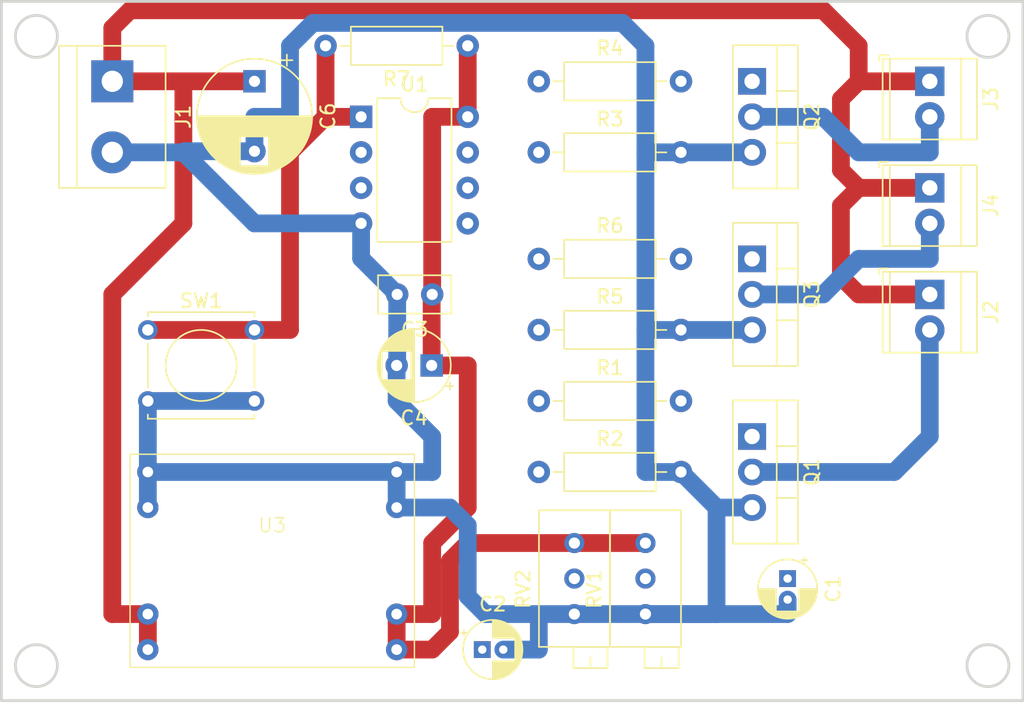
<source format=kicad_pcb>
(kicad_pcb (version 20240108) (generator "pcbnew") (generator_version "8.0")
  (layers (0 "F.Cu" signal) (1 "In1.Cu" signal) (2 "In2.Cu" signal) (3 "In3.Cu" signal) (4 "In4.Cu" signal) (31 "B.Cu" signal) (34 "B.Paste" user) (35 "F.Paste" user) (36 "B.SilkS" user "B.Silkscreen") (37 "F.SilkS" user "F.Silkscreen") (38 "B.Mask" user) (39 "F.Mask" user) (44 "Edge.Cuts" user))
  (net 0 "")
  (net 1 "Net-(U1-PB3)")
  (net 2 "GND")
  (net 3 "Net-(U1-PB2)")
  (net 4 "+5V")
  (net 5 "+12V")
  (net 6 "Net-(U1-PB4)")
  (net 7 "Net-(U1-PB1)")
  (net 8 "Net-(U1-PB0)")
  (net 9 "Net-(Q1-D)")
  (net 10 "Net-(Q2-D)")
  (net 11 "Net-(Q3-D)")
  (net 12 "Net-(Q1-G)")
  (net 13 "Net-(Q2-G)")
  (net 14 "Net-(Q3-G)")
  (net 15 "Net-(U1-~{RESET}{slash}PB5)")
  (footprint "Capacitor_THT:CP_Radial_D5.0mm_P2.50mm" (layer "F.Cu") (at 99.02 99.06 180)
    (property "Reference" "C4" (at 1.25 -3.75 180) (layer "F.SilkS"))
    (property "Value" "47u")
    (pad "1" thru_hole rect (at 0 0 180) (size 1.6 1.6) (drill 0.8) (layers "*.Cu" "*.Mask") (net 4 "+5V"))
    (pad "2" thru_hole circle (at 2.5 0 180) (size 1.6 1.6) (drill 0.8) (layers "*.Cu" "*.Mask") (net 2 "GND"))
  )
  (footprint "Resistor_THT:R_Axial_DIN0207_L6.3mm_D2.5mm_P10.16mm_Horizontal" (layer "F.Cu") (at 106.68 96.52)
    (property "Reference" "R5" (at 5.08 -2.37 0) (layer "F.SilkS"))
    (property "Value" "10k")
    (pad "1" thru_hole circle (at 0 0) (size 1.6 1.6) (drill 0.8) (layers "*.Cu" "*.Mask") (net 8 "Net-(U1-PB0)"))
    (pad "2" thru_hole oval (at 10.16 0) (size 1.6 1.6) (drill 0.8) (layers "*.Cu" "*.Mask") (net 2 "GND"))
  )
  (footprint "Package_TO_SOT_THT:TO-220-3_Vertical" (layer "F.Cu") (at 121.92 91.44 -90)
    (property "Reference" "Q3" (at 2.54 -4.27 90) (layer "F.SilkS"))
    (property "Value" "30N06")
    (pad "1" thru_hole oval (at 2.54 0 270) (size 1.905 2) (drill 1.1) (layers "*.Cu" "*.Mask") (net 11 "Net-(Q3-D)"))
    (pad "2" thru_hole rect (at 0 0 270) (size 1.905 2) (drill 1.1) (layers "*.Cu" "*.Mask") (net 14 "Net-(Q3-G)"))
    (pad "3" thru_hole oval (at 5.08 0 270) (size 1.905 2) (drill 1.1) (layers "*.Cu" "*.Mask") (net 2 "GND"))
  )
  (footprint "Resistor_THT:R_Axial_DIN0207_L6.3mm_D2.5mm_P10.16mm_Horizontal" (layer "F.Cu") (at 106.68 101.6)
    (property "Reference" "R1" (at 5.08 -2.37 0) (layer "F.SilkS"))
    (property "Value" "200")
    (pad "1" thru_hole circle (at 0 0) (size 1.6 1.6) (drill 0.8) (layers "*.Cu" "*.Mask") (net 6 "Net-(U1-PB4)"))
    (pad "2" thru_hole oval (at 10.16 0) (size 1.6 1.6) (drill 0.8) (layers "*.Cu" "*.Mask") (net 12 "Net-(Q1-G)"))
  )
  (footprint "Resistor_THT:R_Axial_DIN0207_L6.3mm_D2.5mm_P10.16mm_Horizontal" (layer "F.Cu") (at 106.68 83.82)
    (property "Reference" "R3" (at 5.08 -2.37 0) (layer "F.SilkS"))
    (property "Value" "10k")
    (pad "1" thru_hole circle (at 0 0) (size 1.6 1.6) (drill 0.8) (layers "*.Cu" "*.Mask") (net 7 "Net-(U1-PB1)"))
    (pad "2" thru_hole oval (at 10.16 0) (size 1.6 1.6) (drill 0.8) (layers "*.Cu" "*.Mask") (net 2 "GND"))
  )
  (footprint "TerminalBlock_TE-Connectivity:TerminalBlock_TE_282834-2_1x02_P2.54mm_Horizontal" (layer "F.Cu") (at 134.62 93.98 -90)
    (property "Reference" "J2" (at 1.27 -4.37 90) (layer "F.SilkS"))
    (property "Value" "LED1")
    (pad "1" thru_hole rect (at 0 0 270) (size 2.1 2.1) (drill 1.1) (layers "*.Cu" "*.Mask") (net 5 "+12V"))
    (pad "2" thru_hole circle (at 2.54 0 270) (size 2.1 2.1) (drill 1.1) (layers "*.Cu" "*.Mask") (net 9 "Net-(Q1-D)"))
  )
  (footprint "Capacitor_THT:CP_Radial_D4.0mm_P1.50mm" (layer "F.Cu") (at 124.46 114.3 -90)
    (property "Reference" "C1" (at 0.75 -3.25 90) (layer "F.SilkS"))
    (property "Value" "1u")
    (pad "1" thru_hole rect (at 0 0 270) (size 1.2 1.2) (drill 0.6) (layers "*.Cu" "*.Mask") (net 1 "Net-(U1-PB3)"))
    (pad "2" thru_hole circle (at 1.5 0 270) (size 1.2 1.2) (drill 0.6) (layers "*.Cu" "*.Mask") (net 2 "GND"))
  )
  (footprint "TerminalBlock_TE-Connectivity:TerminalBlock_TE_282834-2_1x02_P2.54mm_Horizontal" (layer "F.Cu") (at 134.62 78.74 -90)
    (property "Reference" "J3" (at 1.27 -4.37 90) (layer "F.SilkS"))
    (property "Value" "LED2")
    (pad "1" thru_hole rect (at 0 0 270) (size 2.1 2.1) (drill 1.1) (layers "*.Cu" "*.Mask") (net 5 "+12V"))
    (pad "2" thru_hole circle (at 2.54 0 270) (size 2.1 2.1) (drill 1.1) (layers "*.Cu" "*.Mask") (net 10 "Net-(Q2-D)"))
  )
  (footprint "Potentiometer_THT:Potentiometer_Bourns_3296X_Horizontal" (layer "F.Cu") (at 109.22 111.76 90)
    (property "Reference" "RV2" (at -3.3 -3.66 -90) (layer "F.SilkS"))
    (property "Value" "P10k")
    (pad "1" thru_hole circle (at 0 0 90) (size 1.44 1.44) (drill 0.8) (layers "*.Cu" "*.Mask") (net 4 "+5V"))
    (pad "2" thru_hole circle (at -2.54 0 90) (size 1.44 1.44) (drill 0.8) (layers "*.Cu" "*.Mask") (net 3 "Net-(U1-PB2)"))
    (pad "3" thru_hole circle (at -5.08 0 90) (size 1.44 1.44) (drill 0.8) (layers "*.Cu" "*.Mask") (net 2 "GND"))
  )
  (footprint "Potentiometer_THT:Potentiometer_Bourns_3296X_Horizontal" (layer "F.Cu") (at 114.3 111.76 90)
    (property "Reference" "RV1" (at -3.3 -3.66 -90) (layer "F.SilkS"))
    (property "Value" "P10k")
    (pad "1" thru_hole circle (at 0 0 90) (size 1.44 1.44) (drill 0.8) (layers "*.Cu" "*.Mask") (net 4 "+5V"))
    (pad "2" thru_hole circle (at -2.54 0 90) (size 1.44 1.44) (drill 0.8) (layers "*.Cu" "*.Mask") (net 1 "Net-(U1-PB3)"))
    (pad "3" thru_hole circle (at -5.08 0 90) (size 1.44 1.44) (drill 0.8) (layers "*.Cu" "*.Mask") (net 2 "GND"))
  )
  (footprint "Resistor_THT:R_Axial_DIN0207_L6.3mm_D2.5mm_P10.16mm_Horizontal" (layer "F.Cu") (at 106.68 106.68)
    (property "Reference" "R2" (at 5.08 -2.37 0) (layer "F.SilkS"))
    (property "Value" "10k")
    (pad "1" thru_hole circle (at 0 0) (size 1.6 1.6) (drill 0.8) (layers "*.Cu" "*.Mask") (net 6 "Net-(U1-PB4)"))
    (pad "2" thru_hole oval (at 10.16 0) (size 1.6 1.6) (drill 0.8) (layers "*.Cu" "*.Mask") (net 2 "GND"))
  )
  (footprint "Library:5V 3A BUCK ALIEXPRESS" (layer "F.Cu") (at 88.9 114.3)
    (property "Reference" "U3" (at -1.27 -3.81 0) (layer "F.SilkS") (effects (font (thickness 0.1))))
    (property "Value" "External DC-DC 5V")
    (pad "1" thru_hole circle (at -10.16 2.54) (size 1.524 1.524) (drill 0.762) (layers "*.Cu" "*.Mask") (net 5 "+12V"))
    (pad "1" thru_hole circle (at -10.16 5.08) (size 1.524 1.524) (drill 0.762) (layers "*.Cu" "*.Mask") (net 5 "+12V"))
    (pad "2" thru_hole circle (at -10.16 -7.62) (size 1.524 1.524) (drill 0.762) (layers "*.Cu" "*.Mask") (net 2 "GND"))
    (pad "2" thru_hole circle (at -10.16 -5.08) (size 1.524 1.524) (drill 0.762) (layers "*.Cu" "*.Mask") (net 2 "GND"))
    (pad "3" thru_hole circle (at 7.62 2.54) (size 1.524 1.524) (drill 0.762) (layers "*.Cu" "*.Mask") (net 4 "+5V"))
    (pad "3" thru_hole circle (at 7.62 5.08) (size 1.524 1.524) (drill 0.762) (layers "*.Cu" "*.Mask") (net 4 "+5V"))
    (pad "4" thru_hole circle (at 7.62 -7.62) (size 1.524 1.524) (drill 0.762) (layers "*.Cu" "*.Mask") (net 2 "GND"))
    (pad "4" thru_hole circle (at 7.62 -5.08) (size 1.524 1.524) (drill 0.762) (layers "*.Cu" "*.Mask") (net 2 "GND"))
  )
  (footprint "Package_DIP:DIP-8_W7.62mm" (layer "F.Cu") (at 93.98 81.28)
    (property "Reference" "U1" (at 3.81 -2.33 0) (layer "F.SilkS"))
    (property "Value" "ATtiny13-20P")
    (pad "1" thru_hole rect (at 0 0) (size 1.6 1.6) (drill 0.8) (layers "*.Cu" "*.Mask") (net 15 "Net-(U1-~{RESET}{slash}PB5)"))
    (pad "2" thru_hole oval (at 0 2.54) (size 1.6 1.6) (drill 0.8) (layers "*.Cu" "*.Mask") (net 1 "Net-(U1-PB3)"))
    (pad "3" thru_hole oval (at 0 5.08) (size 1.6 1.6) (drill 0.8) (layers "*.Cu" "*.Mask") (net 6 "Net-(U1-PB4)"))
    (pad "4" thru_hole oval (at 0 7.62) (size 1.6 1.6) (drill 0.8) (layers "*.Cu" "*.Mask") (net 2 "GND"))
    (pad "5" thru_hole oval (at 7.62 7.62) (size 1.6 1.6) (drill 0.8) (layers "*.Cu" "*.Mask") (net 8 "Net-(U1-PB0)"))
    (pad "6" thru_hole oval (at 7.62 5.08) (size 1.6 1.6) (drill 0.8) (layers "*.Cu" "*.Mask") (net 7 "Net-(U1-PB1)"))
    (pad "7" thru_hole oval (at 7.62 2.54) (size 1.6 1.6) (drill 0.8) (layers "*.Cu" "*.Mask") (net 3 "Net-(U1-PB2)"))
    (pad "8" thru_hole oval (at 7.62 0) (size 1.6 1.6) (drill 0.8) (layers "*.Cu" "*.Mask") (net 4 "+5V"))
  )
  (footprint "TerminalBlock_TE-Connectivity:TerminalBlock_TE_282834-2_1x02_P2.54mm_Horizontal" (layer "F.Cu") (at 134.62 86.36 -90)
    (property "Reference" "J4" (at 1.27 -4.37 90) (layer "F.SilkS"))
    (property "Value" "LED3")
    (pad "1" thru_hole rect (at 0 0 270) (size 2.1 2.1) (drill 1.1) (layers "*.Cu" "*.Mask") (net 5 "+12V"))
    (pad "2" thru_hole circle (at 2.54 0 270) (size 2.1 2.1) (drill 1.1) (layers "*.Cu" "*.Mask") (net 11 "Net-(Q3-D)"))
  )
  (footprint "Button_Switch_THT:SW_Tactile_Straight_KSL0Axx1LFTR" (layer "F.Cu") (at 78.74 96.52)
    (property "Reference" "SW1" (at 3.81 -2.08 0) (layer "F.SilkS"))
    (property "Value" "Reset")
    (pad "1" thru_hole circle (at 0 0) (size 1.397 1.397) (drill 0.8128) (layers "*.Cu" "*.Mask") (net 15 "Net-(U1-~{RESET}{slash}PB5)"))
    (pad "1" thru_hole circle (at 7.62 0) (size 1.397 1.397) (drill 0.8128) (layers "*.Cu" "*.Mask") (net 15 "Net-(U1-~{RESET}{slash}PB5)"))
    (pad "2" thru_hole circle (at 0 5.08) (size 1.397 1.397) (drill 0.8128) (layers "*.Cu" "*.Mask") (net 2 "GND"))
    (pad "2" thru_hole circle (at 7.62 5.08) (size 1.397 1.397) (drill 0.8128) (layers "*.Cu" "*.Mask") (net 2 "GND"))
  )
  (footprint "Capacitor_THT:CP_Radial_D4.0mm_P1.50mm" (layer "F.Cu") (at 102.64 119.38)
    (property "Reference" "C2" (at 0.75 -3.25 0) (layer "F.SilkS"))
    (property "Value" "1u")
    (pad "1" thru_hole rect (at 0 0) (size 1.2 1.2) (drill 0.6) (layers "*.Cu" "*.Mask") (net 3 "Net-(U1-PB2)"))
    (pad "2" thru_hole circle (at 1.5 0) (size 1.2 1.2) (drill 0.6) (layers "*.Cu" "*.Mask") (net 2 "GND"))
  )
  (footprint "TerminalBlock:TerminalBlock_bornier-2_P5.08mm" (layer "F.Cu") (at 76.2 78.74 -90)
    (property "Reference" "J1" (at 2.54 -5.08 90) (layer "F.SilkS"))
    (property "Value" "INPUT 12 V")
    (pad "1" thru_hole rect (at 0 0 270) (size 3 3) (drill 1.52) (layers "*.Cu" "*.Mask") (net 5 "+12V"))
    (pad "2" thru_hole circle (at 5.08 0 270) (size 3 3) (drill 1.52) (layers "*.Cu" "*.Mask") (net 2 "GND"))
  )
  (footprint "Capacitor_THT:C_Disc_D5.0mm_W2.5mm_P2.50mm" (layer "F.Cu") (at 99.06 93.98 180)
    (property "Reference" "C3" (at 1.25 -2.5 180) (layer "F.SilkS"))
    (property "Value" "100n")
    (pad "1" thru_hole circle (at 0 0 180) (size 1.6 1.6) (drill 0.8) (layers "*.Cu" "*.Mask") (net 4 "+5V"))
    (pad "2" thru_hole circle (at 2.5 0 180) (size 1.6 1.6) (drill 0.8) (layers "*.Cu" "*.Mask") (net 2 "GND"))
  )
  (footprint "Resistor_THT:R_Axial_DIN0207_L6.3mm_D2.5mm_P10.16mm_Horizontal" (layer "F.Cu") (at 106.68 78.74)
    (property "Reference" "R4" (at 5.08 -2.37 0) (layer "F.SilkS"))
    (property "Value" "200")
    (pad "1" thru_hole circle (at 0 0) (size 1.6 1.6) (drill 0.8) (layers "*.Cu" "*.Mask") (net 7 "Net-(U1-PB1)"))
    (pad "2" thru_hole oval (at 10.16 0) (size 1.6 1.6) (drill 0.8) (layers "*.Cu" "*.Mask") (net 13 "Net-(Q2-G)"))
  )
  (footprint "Capacitor_THT:CP_Radial_D8.0mm_P5.00mm" (layer "F.Cu") (at 86.36 78.74 -90)
    (property "Reference" "C6" (at 2.5 -5.25 90) (layer "F.SilkS"))
    (property "Value" "470u")
    (pad "1" thru_hole rect (at 0 0 270) (size 1.6 1.6) (drill 0.8) (layers "*.Cu" "*.Mask") (net 5 "+12V"))
    (pad "2" thru_hole circle (at 5 0 270) (size 1.6 1.6) (drill 0.8) (layers "*.Cu" "*.Mask") (net 2 "GND"))
  )
  (footprint "Package_TO_SOT_THT:TO-220-3_Vertical" (layer "F.Cu") (at 121.92 78.74 -90)
    (property "Reference" "Q2" (at 2.54 -4.27 90) (layer "F.SilkS"))
    (property "Value" "30N06")
    (pad "1" thru_hole oval (at 2.54 0 270) (size 1.905 2) (drill 1.1) (layers "*.Cu" "*.Mask") (net 10 "Net-(Q2-D)"))
    (pad "2" thru_hole rect (at 0 0 270) (size 1.905 2) (drill 1.1) (layers "*.Cu" "*.Mask") (net 13 "Net-(Q2-G)"))
    (pad "3" thru_hole oval (at 5.08 0 270) (size 1.905 2) (drill 1.1) (layers "*.Cu" "*.Mask") (net 2 "GND"))
  )
  (footprint "Resistor_THT:R_Axial_DIN0207_L6.3mm_D2.5mm_P10.16mm_Horizontal" (layer "F.Cu") (at 101.6 76.2 180)
    (property "Reference" "R7" (at 5.08 -2.37 180) (layer "F.SilkS"))
    (property "Value" "10k")
    (pad "1" thru_hole circle (at 0 0 180) (size 1.6 1.6) (drill 0.8) (layers "*.Cu" "*.Mask") (net 4 "+5V"))
    (pad "2" thru_hole oval (at 10.16 0 180) (size 1.6 1.6) (drill 0.8) (layers "*.Cu" "*.Mask") (net 15 "Net-(U1-~{RESET}{slash}PB5)"))
  )
  (footprint "Resistor_THT:R_Axial_DIN0207_L6.3mm_D2.5mm_P10.16mm_Horizontal" (layer "F.Cu") (at 106.68 91.44)
    (property "Reference" "R6" (at 5.08 -2.37 0) (layer "F.SilkS"))
    (property "Value" "200")
    (pad "1" thru_hole circle (at 0 0) (size 1.6 1.6) (drill 0.8) (layers "*.Cu" "*.Mask") (net 8 "Net-(U1-PB0)"))
    (pad "2" thru_hole oval (at 10.16 0) (size 1.6 1.6) (drill 0.8) (layers "*.Cu" "*.Mask") (net 14 "Net-(Q3-G)"))
  )
  (footprint "Package_TO_SOT_THT:TO-220-3_Vertical" (layer "F.Cu") (at 121.92 104.14 -90)
    (property "Reference" "Q1" (at 2.54 -4.27 90) (layer "F.SilkS"))
    (property "Value" "30N06")
    (pad "1" thru_hole oval (at 2.54 0 270) (size 1.905 2) (drill 1.1) (layers "*.Cu" "*.Mask") (net 9 "Net-(Q1-D)"))
    (pad "2" thru_hole rect (at 0 0 270) (size 1.905 2) (drill 1.1) (layers "*.Cu" "*.Mask") (net 12 "Net-(Q1-G)"))
    (pad "3" thru_hole oval (at 5.08 0 270) (size 1.905 2) (drill 1.1) (layers "*.Cu" "*.Mask") (net 2 "GND"))
  )
  (gr_circle (center 138.775 120.525) (end 140.275 120.525) (stroke (width 0.2)) (fill none) (layer "Edge.Cuts"))
  (gr_circle (center 70.775 75.525) (end 72.275 75.525) (stroke (width 0.2)) (fill none) (layer "Edge.Cuts"))
  (gr_circle (center 70.775 120.525) (end 72.275 120.525) (stroke (width 0.2)) (fill none) (layer "Edge.Cuts"))
  (gr_circle (center 138.775 75.525) (end 140.275 75.525) (stroke (width 0.2)) (fill none) (layer "Edge.Cuts"))
  (gr_rect (start 68.275 73.025) (end 141.275 123.025) (stroke (width 0.2)) (fill none) (layer "Edge.Cuts"))
  (segment (start 99.06 106.68) (end 78.74 106.68) (width 1.27) (layer "B.Cu") (net 2))
  (segment (start 86.36 101.6) (end 78.74 101.6) (width 1.27) (layer "B.Cu") (net 2))
  (segment (start 86.36 83.74) (end 81.36 83.74) (width 1.27) (layer "B.Cu") (net 2))
  (segment (start 102.87 116.84) (end 106.68 116.84) (width 1.27) (layer "B.Cu") (net 2))
  (segment (start 119.38 109.22) (end 121.92 109.22) (width 1.27) (layer "B.Cu") (net 2))
  (segment (start 96.52 101.6) (end 99.06 104.14) (width 1.27) (layer "B.Cu") (net 2))
  (segment (start 104.14 119.38) (end 106.68 119.38) (width 1.27) (layer "B.Cu") (net 2))
  (segment (start 100.33 109.22) (end 101.6 110.49) (width 1.27) (layer "B.Cu") (net 2))
  (segment (start 114.3 83.82) (end 114.3 76.2) (width 1.27) (layer "B.Cu") (net 2))
  (segment (start 116.84 96.52) (end 114.3 96.52) (width 1.27) (layer "B.Cu") (net 2))
  (segment (start 88.9 76.2) (end 88.9 81.28) (width 1.27) (layer "B.Cu") (net 2))
  (segment (start 114.3 83.82) (end 116.84 83.82) (width 1.27) (layer "B.Cu") (net 2))
  (segment (start 96.52 109.22) (end 100.33 109.22) (width 1.27) (layer "B.Cu") (net 2))
  (segment (start 81.36 83.74) (end 81.28 83.82) (width 1.27) (layer "B.Cu") (net 2))
  (segment (start 116.84 96.52) (end 121.92 96.52) (width 1.27) (layer "B.Cu") (net 2))
  (segment (start 88.9 81.28) (end 86.36 81.28) (width 1.27) (layer "B.Cu") (net 2))
  (segment (start 119.38 109.22) (end 119.38 116.84) (width 1.27) (layer "B.Cu") (net 2))
  (segment (start 99.06 104.14) (end 99.06 106.68) (width 1.27) (layer "B.Cu") (net 2))
  (segment (start 112.665 74.565) (end 90.535 74.565) (width 1.27) (layer "B.Cu") (net 2))
  (segment (start 116.84 106.68) (end 114.3 106.68) (width 1.27) (layer "B.Cu") (net 2))
  (segment (start 114.3 116.84) (end 119.38 116.84) (width 1.27) (layer "B.Cu") (net 2))
  (segment (start 96.52 106.68) (end 96.52 109.22) (width 1.27) (layer "B.Cu") (net 2))
  (segment (start 106.68 116.84) (end 109.22 116.84) (width 1.27) (layer "B.Cu") (net 2))
  (segment (start 96.52 99.06) (end 96.52 101.6) (width 1.27) (layer "B.Cu") (net 2))
  (segment (start 86.36 81.28) (end 86.36 83.74) (width 1.27) (layer "B.Cu") (net 2))
  (segment (start 93.98 91.4) (end 96.56 93.98) (width 1.27) (layer "B.Cu") (net 2))
  (segment (start 124.46 116.84) (end 119.38 116.84) (width 1.27) (layer "B.Cu") (net 2))
  (segment (start 96.56 93.98) (end 96.56 99.02) (width 1.27) (layer "B.Cu") (net 2))
  (segment (start 114.3 106.68) (end 114.3 96.52) (width 1.27) (layer "B.Cu") (net 2))
  (segment (start 124.46 115.8) (end 124.46 116.84) (width 1.27) (layer "B.Cu") (net 2))
  (segment (start 106.68 119.38) (end 106.68 116.84) (width 1.27) (layer "B.Cu") (net 2))
  (segment (start 109.22 116.84) (end 119.38 116.84) (width 1.27) (layer "B.Cu") (net 2))
  (segment (start 116.84 106.68) (end 119.38 109.22) (width 1.27) (layer "B.Cu") (net 2))
  (segment (start 81.28 83.82) (end 86.36 88.9) (width 1.27) (layer "B.Cu") (net 2))
  (segment (start 90.535 74.565) (end 88.9 76.2) (width 1.27) (layer "B.Cu") (net 2))
  (segment (start 76.2 83.82) (end 81.28 83.82) (width 1.27) (layer "B.Cu") (net 2))
  (segment (start 78.74 101.6) (end 78.74 106.68) (width 1.27) (layer "B.Cu") (net 2))
  (segment (start 86.36 88.9) (end 93.98 88.9) (width 1.27) (layer "B.Cu") (net 2))
  (segment (start 93.98 88.9) (end 93.98 91.4) (width 1.27) (layer "B.Cu") (net 2))
  (segment (start 78.74 106.68) (end 78.74 109.22) (width 1.27) (layer "B.Cu") (net 2))
  (segment (start 101.6 110.49) (end 101.6 115.57) (width 1.27) (layer "B.Cu") (net 2))
  (segment (start 96.56 99.02) (end 96.52 99.06) (width 1.27) (layer "B.Cu") (net 2))
  (segment (start 121.92 83.82) (end 116.84 83.82) (width 1.27) (layer "B.Cu") (net 2))
  (segment (start 101.6 115.57) (end 102.87 116.84) (width 1.27) (layer "B.Cu") (net 2))
  (segment (start 114.3 96.52) (end 114.3 83.82) (width 1.27) (layer "B.Cu") (net 2))
  (segment (start 114.3 76.2) (end 112.665 74.565) (width 1.27) (layer "B.Cu") (net 2))
  (segment (start 96.52 116.84) (end 96.52 119.38) (width 1.27) (layer "F.Cu") (net 4))
  (segment (start 109.22 111.76) (end 114.3 111.76) (width 1.27) (layer "F.Cu") (net 4))
  (segment (start 96.52 116.84) (end 99.06 116.84) (width 1.27) (layer "F.Cu") (net 4))
  (segment (start 101.6 109.22) (end 101.6 99.06) (width 1.27) (layer "F.Cu") (net 4))
  (segment (start 99.06 116.84) (end 99.06 111.76) (width 1.27) (layer "F.Cu") (net 4))
  (segment (start 99.06 93.98) (end 99.06 81.28) (width 1.27) (layer "F.Cu") (net 4))
  (segment (start 101.6 111.76) (end 109.22 111.76) (width 1.27) (layer "F.Cu") (net 4))
  (segment (start 101.6 99.06) (end 99.02 99.06) (width 1.27) (layer "F.Cu") (net 4))
  (segment (start 99.02 99.06) (end 99.02 94.02) (width 1.27) (layer "F.Cu") (net 4))
  (segment (start 101.6 76.2) (end 101.6 81.28) (width 1.27) (layer "F.Cu") (net 4))
  (segment (start 99.06 81.28) (end 101.6 81.28) (width 1.27) (layer "F.Cu") (net 4))
  (segment (start 100.33 113.03) (end 101.6 111.76) (width 1.27) (layer "F.Cu") (net 4))
  (segment (start 99.06 119.38) (end 100.33 118.11) (width 1.27) (layer "F.Cu") (net 4))
  (segment (start 99.06 111.76) (end 101.6 109.22) (width 1.27) (layer "F.Cu") (net 4))
  (segment (start 96.52 119.38) (end 99.06 119.38) (width 1.27) (layer "F.Cu") (net 4))
  (segment (start 99.02 94.02) (end 99.06 93.98) (width 1.27) (layer "F.Cu") (net 4))
  (segment (start 100.33 118.11) (end 100.33 113.03) (width 1.27) (layer "F.Cu") (net 4))
  (segment (start 76.2 93.98) (end 76.2 116.84) (width 1.27) (layer "F.Cu") (net 5))
  (segment (start 128.27 80.01) (end 128.27 85.09) (width 1.27) (layer "F.Cu") (net 5))
  (segment (start 128.27 87.63) (end 128.27 92.71) (width 1.27) (layer "F.Cu") (net 5))
  (segment (start 86.36 78.74) (end 81.28 78.74) (width 1.27) (layer "F.Cu") (net 5))
  (segment (start 127 73.66) (end 129.54 76.2) (width 1.27) (layer "F.Cu") (net 5))
  (segment (start 129.54 93.98) (end 134.62 93.98) (width 1.27) (layer "F.Cu") (net 5))
  (segment (start 81.28 78.74) (end 81.28 88.9) (width 1.27) (layer "F.Cu") (net 5))
  (segment (start 129.54 78.74) (end 134.62 78.74) (width 1.27) (layer "F.Cu") (net 5))
  (segment (start 129.54 86.36) (end 128.27 87.63) (width 1.27) (layer "F.Cu") (net 5))
  (segment (start 128.27 92.71) (end 129.54 93.98) (width 1.27) (layer "F.Cu") (net 5))
  (segment (start 76.2 78.74) (end 81.28 78.74) (width 1.27) (layer "F.Cu") (net 5))
  (segment (start 81.28 88.9) (end 76.2 93.98) (width 1.27) (layer "F.Cu") (net 5))
  (segment (start 129.54 86.36) (end 134.62 86.36) (width 1.27) (layer "F.Cu") (net 5))
  (segment (start 77.47 73.66) (end 127 73.66) (width 1.27) (layer "F.Cu") (net 5))
  (segment (start 128.27 85.09) (end 129.54 86.36) (width 1.27) (layer "F.Cu") (net 5))
  (segment (start 76.2 116.84) (end 78.74 116.84) (width 1.27) (layer "F.Cu") (net 5))
  (segment (start 129.54 76.2) (end 129.54 78.74) (width 1.27) (layer "F.Cu") (net 5))
  (segment (start 78.74 116.84) (end 78.74 119.38) (width 1.27) (layer "F.Cu") (net 5))
  (segment (start 76.2 74.93) (end 77.47 73.66) (width 1.27) (layer "F.Cu") (net 5))
  (segment (start 129.54 78.74) (end 128.27 80.01) (width 1.27) (layer "F.Cu") (net 5))
  (segment (start 76.2 78.74) (end 76.2 74.93) (width 1.27) (layer "F.Cu") (net 5))
  (segment (start 134.62 104.14) (end 134.62 96.52) (width 1.27) (layer "B.Cu") (net 9))
  (segment (start 121.92 106.68) (end 132.08 106.68) (width 1.27) (layer "B.Cu") (net 9))
  (segment (start 132.08 106.68) (end 134.62 104.14) (width 1.27) (layer "B.Cu") (net 9))
  (segment (start 127 81.28) (end 129.54 83.82) (width 1.27) (layer "B.Cu") (net 10))
  (segment (start 121.92 81.28) (end 127 81.28) (width 1.27) (layer "B.Cu") (net 10))
  (segment (start 129.54 83.82) (end 134.62 83.82) (width 1.27) (layer "B.Cu") (net 10))
  (segment (start 134.62 83.82) (end 134.62 81.28) (width 1.27) (layer "B.Cu") (net 10))
  (segment (start 129.54 91.44) (end 134.62 91.44) (width 1.27) (layer "B.Cu") (net 11))
  (segment (start 134.62 91.44) (end 134.62 88.9) (width 1.27) (layer "B.Cu") (net 11))
  (segment (start 121.92 93.98) (end 127 93.98) (width 1.27) (layer "B.Cu") (net 11))
  (segment (start 127 93.98) (end 129.54 91.44) (width 1.27) (layer "B.Cu") (net 11))
  (segment (start 91.44 76.2) (end 91.44 81.28) (width 1.27) (layer "F.Cu") (net 15))
  (segment (start 88.9 96.52) (end 88.9 83.82) (width 1.27) (layer "F.Cu") (net 15))
  (segment (start 86.36 96.52) (end 88.9 96.52) (width 1.27) (layer "F.Cu") (net 15))
  (segment (start 88.9 83.82) (end 91.44 81.28) (width 1.27) (layer "F.Cu") (net 15))
  (segment (start 91.44 81.28) (end 93.98 81.28) (width 1.27) (layer "F.Cu") (net 15))
  (segment (start 78.74 96.52) (end 86.36 96.52) (width 1.27) (layer "F.Cu") (net 15))
)
</source>
